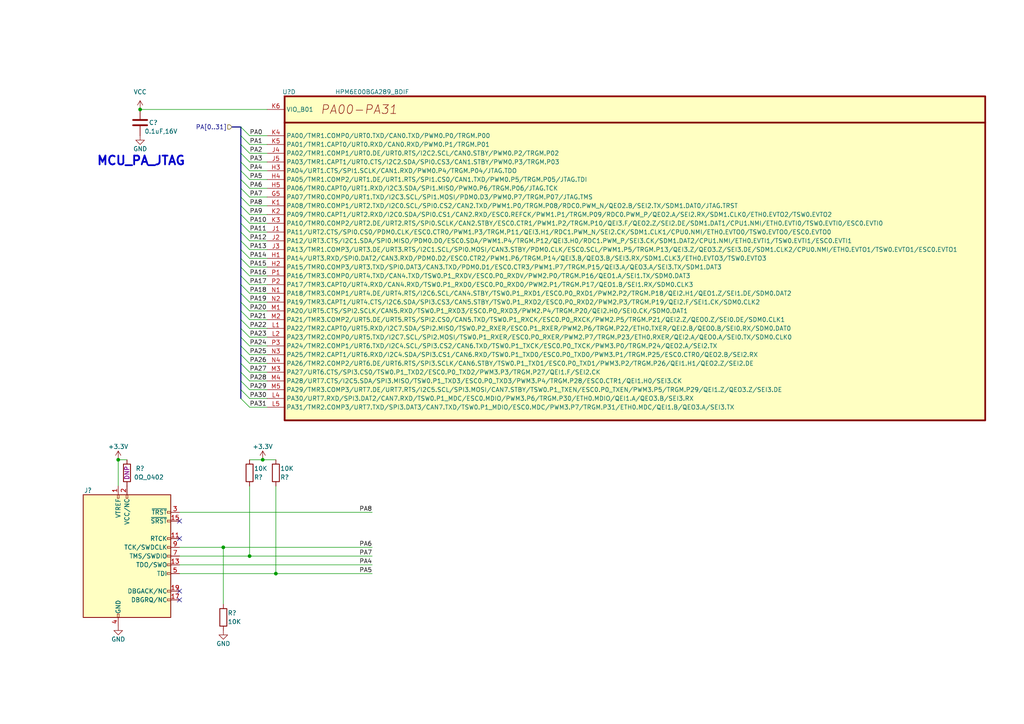
<source format=kicad_sch>
(kicad_sch (version 20230121) (generator eeschema)
  (paper "A4")
  (title_block (title "HPM6E00FULLPORTRevB") (date "2024-09-12") (rev "RevA") (comment 1 "MCU_PA_JTAG"))
  (junction (at 76.2 133.35))
  (junction (at 34.29 133.35))
  (junction (at 40.64 31.75))
  (junction (at 72.39 161.29))
  (junction (at 64.77 158.75))
  (junction (at 80.01 166.37))
  (no_connect (at 52.07 171.45))
  (no_connect (at 52.07 151.13))
  (no_connect (at 52.07 173.99))
  (no_connect (at 52.07 156.21))
  (bus_entry (at 69.85 92.71) (size 2.54 2.54))
  (bus_entry (at 69.85 67.31) (size 2.54 2.54))
  (bus_entry (at 69.85 52.07) (size 2.54 2.54))
  (bus_entry (at 69.85 74.93) (size 2.54 2.54))
  (bus_entry (at 69.85 57.15) (size 2.54 2.54))
  (bus_entry (at 69.85 54.61) (size 2.54 2.54))
  (bus_entry (at 69.85 85.09) (size 2.54 2.54))
  (bus_entry (at 69.85 107.95) (size 2.54 2.54))
  (bus_entry (at 69.85 64.77) (size 2.54 2.54))
  (bus_entry (at 69.85 46.99) (size 2.54 2.54))
  (bus_entry (at 69.85 39.37) (size 2.54 2.54))
  (bus_entry (at 69.85 115.57) (size 2.54 2.54))
  (bus_entry (at 69.85 44.45) (size 2.54 2.54))
  (bus_entry (at 69.85 113.03) (size 2.54 2.54))
  (bus_entry (at 69.85 90.17) (size 2.54 2.54))
  (bus_entry (at 69.85 110.49) (size 2.54 2.54))
  (bus_entry (at 69.85 62.23) (size 2.54 2.54))
  (bus_entry (at 69.85 97.79) (size 2.54 2.54))
  (bus_entry (at 69.85 80.01) (size 2.54 2.54))
  (bus_entry (at 69.85 102.87) (size 2.54 2.54))
  (bus_entry (at 69.85 105.41) (size 2.54 2.54))
  (bus_entry (at 69.85 100.33) (size 2.54 2.54))
  (bus_entry (at 69.85 41.91) (size 2.54 2.54))
  (bus_entry (at 69.85 87.63) (size 2.54 2.54))
  (bus_entry (at 69.85 59.69) (size 2.54 2.54))
  (bus_entry (at 69.85 77.47) (size 2.54 2.54))
  (bus_entry (at 69.85 95.25) (size 2.54 2.54))
  (bus_entry (at 69.85 69.85) (size 2.54 2.54))
  (bus_entry (at 69.85 49.53) (size 2.54 2.54))
  (bus_entry (at 69.85 36.83) (size 2.54 2.54))
  (bus_entry (at 69.85 72.39) (size 2.54 2.54))
  (bus_entry (at 69.85 82.55) (size 2.54 2.54))
  (wire (pts (xy 64.77 158.75) (xy 107.95 158.75)))
  (bus (pts (xy 69.85 113.03) (xy 69.85 115.57)))
  (wire (pts (xy 52.07 161.29) (xy 72.39 161.29)))
  (wire (pts (xy 72.39 49.53) (xy 77.47 49.53)))
  (bus (pts (xy 69.85 54.61) (xy 69.85 57.15)))
  (wire (pts (xy 64.77 158.75) (xy 64.77 175.26)))
  (wire (pts (xy 72.39 107.95) (xy 77.47 107.95)))
  (bus (pts (xy 69.85 107.95) (xy 69.85 110.49)))
  (bus (pts (xy 69.85 41.91) (xy 69.85 44.45)))
  (wire (pts (xy 72.39 77.47) (xy 77.47 77.47)))
  (bus (pts (xy 69.85 67.31) (xy 69.85 69.85)))
  (bus (pts (xy 69.85 57.15) (xy 69.85 59.69)))
  (wire (pts (xy 72.39 102.87) (xy 77.47 102.87)))
  (wire (pts (xy 76.2 133.35) (xy 80.01 133.35)))
  (bus (pts (xy 69.85 46.99) (xy 69.85 49.53)))
  (bus (pts (xy 69.85 44.45) (xy 69.85 46.99)))
  (bus (pts (xy 69.85 85.09) (xy 69.85 87.63)))
  (bus (pts (xy 69.85 69.85) (xy 69.85 72.39)))
  (wire (pts (xy 72.39 118.11) (xy 77.47 118.11)))
  (wire (pts (xy 72.39 41.91) (xy 77.47 41.91)))
  (wire (pts (xy 72.39 39.37) (xy 77.47 39.37)))
  (wire (pts (xy 72.39 115.57) (xy 77.47 115.57)))
  (wire (pts (xy 80.01 166.37) (xy 107.95 166.37)))
  (wire (pts (xy 72.39 46.99) (xy 77.47 46.99)))
  (wire (pts (xy 72.39 100.33) (xy 77.47 100.33)))
  (wire (pts (xy 72.39 72.39) (xy 77.47 72.39)))
  (wire (pts (xy 72.39 161.29) (xy 107.95 161.29)))
  (bus (pts (xy 69.85 39.37) (xy 69.85 41.91)))
  (bus (pts (xy 69.85 82.55) (xy 69.85 85.09)))
  (bus (pts (xy 69.85 97.79) (xy 69.85 100.33)))
  (wire (pts (xy 52.07 163.83) (xy 107.95 163.83)))
  (wire (pts (xy 72.39 54.61) (xy 77.47 54.61)))
  (wire (pts (xy 72.39 80.01) (xy 77.47 80.01)))
  (wire (pts (xy 72.39 90.17) (xy 77.47 90.17)))
  (wire (pts (xy 72.39 62.23) (xy 77.47 62.23)))
  (wire (pts (xy 72.39 67.31) (xy 77.47 67.31)))
  (wire (pts (xy 72.39 69.85) (xy 77.47 69.85)))
  (bus (pts (xy 69.85 77.47) (xy 69.85 80.01)))
  (wire (pts (xy 72.39 85.09) (xy 77.47 85.09)))
  (wire (pts (xy 72.39 95.25) (xy 77.47 95.25)))
  (bus (pts (xy 69.85 59.69) (xy 69.85 62.23)))
  (wire (pts (xy 72.39 57.15) (xy 77.47 57.15)))
  (wire (pts (xy 52.07 158.75) (xy 64.77 158.75)))
  (bus (pts (xy 69.85 72.39) (xy 69.85 74.93)))
  (wire (pts (xy 72.39 140.97) (xy 72.39 161.29)))
  (wire (pts (xy 72.39 74.93) (xy 77.47 74.93)))
  (wire (pts (xy 72.39 133.35) (xy 76.2 133.35)))
  (bus (pts (xy 69.85 64.77) (xy 69.85 67.31)))
  (wire (pts (xy 72.39 113.03) (xy 77.47 113.03)))
  (wire (pts (xy 72.39 82.55) (xy 77.47 82.55)))
  (wire (pts (xy 72.39 110.49) (xy 77.47 110.49)))
  (wire (pts (xy 34.29 133.35) (xy 36.83 133.35)))
  (wire (pts (xy 72.39 87.63) (xy 77.47 87.63)))
  (bus (pts (xy 69.85 49.53) (xy 69.85 52.07)))
  (bus (pts (xy 69.85 90.17) (xy 69.85 92.71)))
  (wire (pts (xy 72.39 64.77) (xy 77.47 64.77)))
  (wire (pts (xy 80.01 140.97) (xy 80.01 166.37)))
  (wire (pts (xy 72.39 59.69) (xy 77.47 59.69)))
  (bus (pts (xy 69.85 87.63) (xy 69.85 90.17)))
  (bus (pts (xy 67.31 36.83) (xy 69.85 36.83)))
  (bus (pts (xy 69.85 105.41) (xy 69.85 107.95)))
  (bus (pts (xy 69.85 74.93) (xy 69.85 77.47)))
  (wire (pts (xy 72.39 92.71) (xy 77.47 92.71)))
  (bus (pts (xy 69.85 62.23) (xy 69.85 64.77)))
  (bus (pts (xy 69.85 36.83) (xy 69.85 39.37)))
  (wire (pts (xy 72.39 105.41) (xy 77.47 105.41)))
  (bus (pts (xy 69.85 102.87) (xy 69.85 105.41)))
  (wire (pts (xy 72.39 44.45) (xy 77.47 44.45)))
  (wire (pts (xy 52.07 148.59) (xy 107.95 148.59)))
  (bus (pts (xy 69.85 95.25) (xy 69.85 97.79)))
  (wire (pts (xy 72.39 52.07) (xy 77.47 52.07)))
  (wire (pts (xy 40.64 31.75) (xy 77.47 31.75)))
  (bus (pts (xy 69.85 110.49) (xy 69.85 113.03)))
  (wire (pts (xy 52.07 166.37) (xy 80.01 166.37)))
  (wire (pts (xy 72.39 97.79) (xy 77.47 97.79)))
  (bus (pts (xy 69.85 80.01) (xy 69.85 82.55)))
  (bus (pts (xy 69.85 52.07) (xy 69.85 54.61)))
  (bus (pts (xy 69.85 92.71) (xy 69.85 95.25)))
  (wire (pts (xy 34.29 133.35) (xy 34.29 140.97)))
  (bus (pts (xy 69.85 100.33) (xy 69.85 102.87)))
  (text "MCU_PA_JTAG" (at 27.94 48.26 0) (effects (font (size 2.54 2.54) (thickness 0.508) bold) (justify left bottom)))
  (label "PA11" (at 72.39 67.31 0))
  (label "PA4" (at 72.39 49.53 0))
  (label "PA28" (at 72.39 110.49 0))
  (label "PA7" (at 107.95 161.29 180))
  (label "PA6" (at 107.95 158.75 180))
  (label "PA3" (at 72.39 46.99 0))
  (label "PA6" (at 72.39 54.61 0))
  (label "PA20" (at 72.39 90.17 0))
  (label "PA10" (at 72.39 64.77 0))
  (label "PA17" (at 72.39 82.55 0))
  (label "PA23" (at 72.39 97.79 0))
  (label "PA13" (at 72.39 72.39 0))
  (label "PA5" (at 107.95 166.37 180))
  (label "PA4" (at 107.95 163.83 180))
  (label "PA12" (at 72.39 69.85 0))
  (label "PA27" (at 72.39 107.95 0))
  (label "PA24" (at 72.39 100.33 0))
  (label "PA9" (at 72.39 62.23 0))
  (label "PA8" (at 72.39 59.69 0))
  (label "PA5" (at 72.39 52.07 0))
  (label "PA18" (at 72.39 85.09 0))
  (label "PA21" (at 72.39 92.71 0))
  (label "PA30" (at 72.39 115.57 0))
  (label "PA25" (at 72.39 102.87 0))
  (label "PA0" (at 72.39 39.37 0))
  (label "PA15" (at 72.39 77.47 0))
  (label "PA29" (at 72.39 113.03 0))
  (label "PA26" (at 72.39 105.41 0))
  (label "PA16" (at 72.39 80.01 0))
  (label "PA22" (at 72.39 95.25 0))
  (label "PA14" (at 72.39 74.93 0))
  (label "PA7" (at 72.39 57.15 0))
  (label "PA2" (at 72.39 44.45 0))
  (label "PA8" (at 107.95 148.59 180))
  (label "PA31" (at 72.39 118.11 0))
  (label "PA1" (at 72.39 41.91 0))
  (label "PA19" (at 72.39 87.63 0))
  (hierarchical_label "PA[0..31]" (shape input) (at 67.31 36.83 180))
  (symbol (lib_id "Connector:Conn_ARM_JTAG_SWD_20") (at 36.83 161.29 0) (unit 1)
    (property "Reference" "J?" (at 26.67 142.24 0) (effects (justify right)))
    (property "Value" "Conn_ARM_JTAG_SWD_20" (effects hide))
    (property "Footprint" "05_HPM_Connector_BoxHeader:IDC-Header_2x10_P2.54mm" (effects hide))
    (property "Datasheet" "http://infocenter.arm.com/help/topic/com.arm.doc.dui0499b/DUI0499B_system_design_reference.pdf" (effects hide))
    (instances (project "HPM6E00-PA00-PA31-JTAG-BOOT-LED-KEY" (path "" (reference "J?") (unit 1))) (project "HPM6E00 SKT Board BGA289_BDIF REVA" (path "" (reference "J?") (unit 1))) (project "HPM5300-CON-JTAG" (path "" (reference "J?") (unit 1))) (project "HPM6E00FULLPORTRevB" (path "" (reference "J1") (unit 1))) (project "HPM5300 SKT Board LQFP100 REVA" (path "" (reference "J?") (unit 1))))
  )
  (symbol (lib_id "power:GND") (at 40.64 39.37 0) (unit 1)
    (property "Reference" "#PWR?" (effects hide))
    (property "Value" "GND" (at 38.608 43.18 0) (effects (justify left)))
    (instances (project "HPM6E00-PA00-PA31-JTAG-BOOT-LED-KEY" (path "" (reference "#PWR?") (unit 1))) (project "HPM6E00 SKT Board BGA289_BDIF REVA" (path "" (reference "#PWR?") (unit 1))) (project "HPM5300-CON-JTAG" (path "" (reference "#PWR?") (unit 1))) (project "HPM6E00FULLPORTRevB" (path "" (reference "#PWR052") (unit 1))) (project "HPM5300 SKT Board LQFP100 REVA" (path "" (reference "#PWR?") (unit 1))))
  )
  (symbol (lib_name "10K_0402_4") (lib_id "02_HPM_Resistor:10K_0402") (at 72.39 137.16 90) (mirror x) (unit 1)
    (property "Reference" "R?" (at 73.66 138.43 90) (effects (justify right)))
    (property "Value" "10K" (at 73.66 135.89 90) (effects (justify right)))
    (property "Footprint" "02_HPM_Resistor:R_0402_1005Metric" (effects hide))
    (property "Model" "0402WGF1002TCE" (effects hide))
    (property "Company" "UNI-ROYAL(厚声)" (effects hide))
    (instances (project "HPM6E00-PA00-PA31-JTAG-BOOT-LED-KEY" (path "" (reference "R?") (unit 1))) (project "HPM6E00 SKT Board BGA289_BDIF REVA" (path "" (reference "R?") (unit 1))) (project "HPM5300-CON-JTAG" (path "" (reference "R?") (unit 1))) (project "HPM6E00FULLPORTRevB" (path "" (reference "R54") (unit 1))) (project "HPM5300 SKT Board LQFP100 REVA" (path "" (reference "R?") (unit 1))))
  )
  (symbol (lib_id "03_HPM_Capacitance:0.1uF,16V_0402") (at 40.64 35.56 0) (mirror x) (unit 1)
    (property "Reference" "C?" (at 43.18 35.56 0) (effects (justify left)))
    (property "Value" "0.1uF,16V" (at 41.91 38.1 0) (effects (justify left)))
    (property "Footprint" "03_HPM_Capacitance:C_0402_1005Metric" (effects hide))
    (property "Model" "CL05B104KO5NNNC" (effects hide))
    (property "Company" "SAMSUNG(三星)" (effects hide))
    (instances (project "HPM6E00-PA00-PA31-JTAG-BOOT-LED-KEY" (path "" (reference "C?") (unit 1))) (project "HPM5300-USB-OSC" (path "" (reference "C?") (unit 1))) (project "HPM6E00 SKT Board BGA289_BDIF REVA" (path "" (reference "C?") (unit 1)) (path "" (reference "C?") (unit 1))) (project "HPM6E00FULLPORTRevB" (path "" (reference "C27") (unit 1))) (project "HPM5300 SKT Board LQFP100 REVA" (path "" (reference "C?") (unit 1))))
  )
  (symbol (lib_id "power:GND") (at 34.29 181.61 0) (unit 1)
    (property "Reference" "#PWR?" (effects hide))
    (property "Value" "GND" (at 32.258 185.42 0) (effects (justify left)))
    (instances (project "HPM6E00-PA00-PA31-JTAG-BOOT-LED-KEY" (path "" (reference "#PWR?") (unit 1))) (project "HPM6E00 SKT Board BGA289_BDIF REVA" (path "" (reference "#PWR?") (unit 1))) (project "HPM5300-CON-JTAG" (path "" (reference "#PWR?") (unit 1))) (project "HPM6E00FULLPORTRevB" (path "" (reference "#PWR049") (unit 1))) (project "HPM5300 SKT Board LQFP100 REVA" (path "" (reference "#PWR?") (unit 1))))
  )
  (symbol (lib_id "99_HPM:HPM6E00BGA289_BDIF") (at 82.55 27.94 0) (unit 4)
    (property "Reference" "U?" (at 83.82 26.67 0))
    (property "Value" "HPM6E00BGA289_BDIF" (at 107.95 26.67 0))
    (property "Footprint" "00_HPM_Library:BGA-289_17x17_14.0x14.0mm" (effects hide))
    (instances (project "HPM6E00-PA00-PA31-JTAG-BOOT-LED-KEY" (path "" (reference "U?") (unit 4))) (project "HPM6E00 SKT Board BGA289_BDIF REVA" (path "" (reference "U?") (unit 4))) (project "HPM6E00FULLPORTRevB" (path "" (reference "U2") (unit 4))))
  )
  (symbol (lib_id "power:+3.3V") (at 76.2 133.35 0) (unit 1)
    (property "Reference" "#PWR?" (effects hide))
    (property "Value" "+3.3V" (at 76.2 129.54 0))
    (instances (project "HPM6E00-PA00-PA31-JTAG-BOOT-LED-KEY" (path "" (reference "#PWR?") (unit 1))) (project "HPM6E00 SKT Board BGA289_BDIF REVA" (path "" (reference "#PWR?") (unit 1))) (project "HPM5300-CON-JTAG" (path "" (reference "#PWR?") (unit 1))) (project "HPM6E00FULLPORTRevB" (path "" (reference "#PWR053") (unit 1))) (project "HPM5300 SKT Board LQFP100 REVA" (path "" (reference "#PWR?") (unit 1))))
  )
  (symbol (lib_name "10K_0402_2") (lib_id "02_HPM_Resistor:10K_0402") (at 80.01 137.16 90) (mirror x) (unit 1)
    (property "Reference" "R?" (at 81.28 138.43 90) (effects (justify right)))
    (property "Value" "10K" (at 81.28 135.89 90) (effects (justify right)))
    (property "Footprint" "02_HPM_Resistor:R_0402_1005Metric" (effects hide))
    (property "Model" "0402WGF1002TCE" (effects hide))
    (property "Company" "UNI-ROYAL(厚声)" (effects hide))
    (instances (project "HPM6E00-PA00-PA31-JTAG-BOOT-LED-KEY" (path "" (reference "R?") (unit 1))) (project "HPM6E00 SKT Board BGA289_BDIF REVA" (path "" (reference "R?") (unit 1))) (project "HPM5300-CON-JTAG" (path "" (reference "R?") (unit 1))) (project "HPM6E00FULLPORTRevB" (path "" (reference "R55") (unit 1))) (project "HPM5300 SKT Board LQFP100 REVA" (path "" (reference "R?") (unit 1))))
  )
  (symbol (lib_id "power:+3.3V") (at 34.29 133.35 0) (unit 1)
    (property "Reference" "#PWR?" (effects hide))
    (property "Value" "+3.3V" (at 34.29 129.54 0))
    (instances (project "HPM6E00-PA00-PA31-JTAG-BOOT-LED-KEY" (path "" (reference "#PWR?") (unit 1))) (project "HPM6E00 SKT Board BGA289_BDIF REVA" (path "" (reference "#PWR?") (unit 1))) (project "HPM5300-CON-JTAG" (path "" (reference "#PWR?") (unit 1))) (project "HPM6E00FULLPORTRevB" (path "" (reference "#PWR048") (unit 1))) (project "HPM5300 SKT Board LQFP100 REVA" (path "" (reference "#PWR?") (unit 1))))
  )
  (symbol (lib_id "02_HPM_Resistor:0Ω_0402") (at 36.83 137.16 90) (unit 1)
    (property "Reference" "R?" (at 40.64 135.89 90))
    (property "Value" "0Ω_0402" (at 43.18 138.43 90))
    (property "Footprint" "02_HPM_Resistor:R_0402_1005Metric" (effects hide))
    (property "Model" "RC0402JR-070RL" (effects hide))
    (property "Company" "YAGEO(国巨)" (effects hide))
    (property "ASSY_OPT" "DNP" (at 36.83 137.16 0))
    (instances (project "HPM6E00-PA00-PA31-JTAG-BOOT-LED-KEY" (path "" (reference "R?") (unit 1))) (project "HPM6E00 SKT Board BGA289_BDIF REVA" (path "" (reference "R?") (unit 1))) (project "HPM5300-CON-JTAG" (path "" (reference "R?") (unit 1))) (project "HPM6E00FULLPORTRevB" (path "" (reference "R51") (unit 1))) (project "HPM5300 SKT Board LQFP100 REVA" (path "" (reference "R?") (unit 1))))
  )
  (symbol (lib_id "00_HPM_power:VCC") (at 40.64 31.75 0) (unit 1)
    (property "Reference" "#PWR050" (effects hide))
    (property "Value" "VCC" (at 40.64 26.67 0))
    (instances (project "HPM6E00FULLPORTRevB" (path "" (reference "#PWR050") (unit 1)) (path "" (reference "#PWR?") (unit 1))))
  )
  (symbol (lib_name "10K_0402_3") (lib_id "02_HPM_Resistor:10K_0402") (at 64.77 179.07 90) (unit 1)
    (property "Reference" "R?" (at 66.04 177.8 90) (effects (justify right)))
    (property "Value" "10K" (at 66.04 180.34 90) (effects (justify right)))
    (property "Footprint" "02_HPM_Resistor:R_0402_1005Metric" (effects hide))
    (property "Model" "0402WGF1002TCE" (effects hide))
    (property "Company" "UNI-ROYAL(厚声)" (effects hide))
    (instances (project "HPM6E00-PA00-PA31-JTAG-BOOT-LED-KEY" (path "" (reference "R?") (unit 1))) (project "HPM6E00 SKT Board BGA289_BDIF REVA" (path "" (reference "R?") (unit 1))) (project "HPM5300-CON-JTAG" (path "" (reference "R?") (unit 1))) (project "HPM6E00FULLPORTRevB" (path "" (reference "R53") (unit 1))) (project "HPM5300 SKT Board LQFP100 REVA" (path "" (reference "R?") (unit 1))))
  )
  (symbol (lib_id "power:GND") (at 64.77 182.88 0) (unit 1)
    (property "Reference" "#PWR?" (effects hide))
    (property "Value" "GND" (at 62.738 186.69 0) (effects (justify left)))
    (instances (project "HPM6E00-PA00-PA31-JTAG-BOOT-LED-KEY" (path "" (reference "#PWR?") (unit 1))) (project "HPM6E00 SKT Board BGA289_BDIF REVA" (path "" (reference "#PWR?") (unit 1))) (project "HPM5300-CON-JTAG" (path "" (reference "#PWR?") (unit 1))) (project "HPM6E00FULLPORTRevB" (path "" (reference "#PWR051") (unit 1))) (project "HPM5300 SKT Board LQFP100 REVA" (path "" (reference "#PWR?") (unit 1))))
  )
)
</source>
